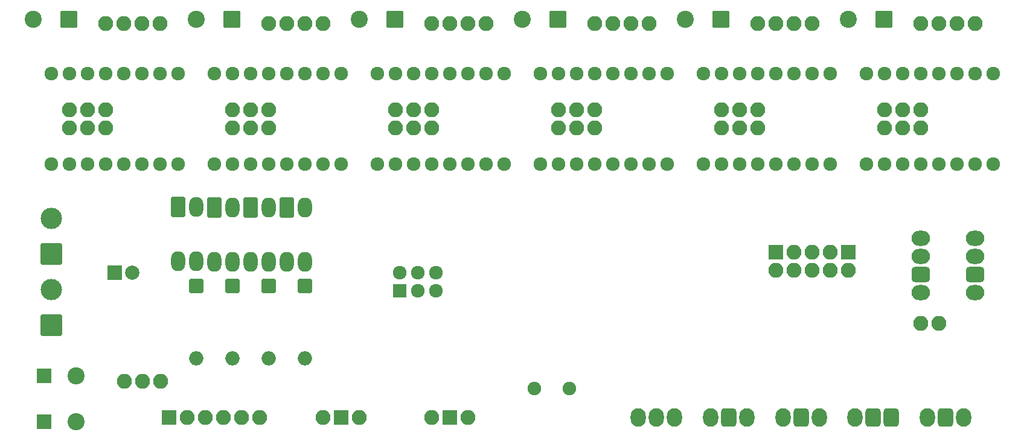
<source format=gbs>
G04 #@! TF.GenerationSoftware,KiCad,Pcbnew,(6.0.1)*
G04 #@! TF.CreationDate,2022-01-24T13:46:14-05:00*
G04 #@! TF.ProjectId,copis_electronics,636f7069-735f-4656-9c65-6374726f6e69,rev?*
G04 #@! TF.SameCoordinates,Original*
G04 #@! TF.FileFunction,Soldermask,Bot*
G04 #@! TF.FilePolarity,Negative*
%FSLAX46Y46*%
G04 Gerber Fmt 4.6, Leading zero omitted, Abs format (unit mm)*
G04 Created by KiCad (PCBNEW (6.0.1)) date 2022-01-24 13:46:14*
%MOMM*%
%LPD*%
G01*
G04 APERTURE LIST*
G04 Aperture macros list*
%AMRoundRect*
0 Rectangle with rounded corners*
0 $1 Rounding radius*
0 $2 $3 $4 $5 $6 $7 $8 $9 X,Y pos of 4 corners*
0 Add a 4 corners polygon primitive as box body*
4,1,4,$2,$3,$4,$5,$6,$7,$8,$9,$2,$3,0*
0 Add four circle primitives for the rounded corners*
1,1,$1+$1,$2,$3*
1,1,$1+$1,$4,$5*
1,1,$1+$1,$6,$7*
1,1,$1+$1,$8,$9*
0 Add four rect primitives between the rounded corners*
20,1,$1+$1,$2,$3,$4,$5,0*
20,1,$1+$1,$4,$5,$6,$7,0*
20,1,$1+$1,$6,$7,$8,$9,0*
20,1,$1+$1,$8,$9,$2,$3,0*%
G04 Aperture macros list end*
%ADD10C,1.924000*%
%ADD11O,2.100000X2.100000*%
%ADD12O,2.140000X2.590000*%
%ADD13RoundRect,0.450000X0.620000X0.845000X-0.620000X0.845000X-0.620000X-0.845000X0.620000X-0.845000X0*%
%ADD14C,3.000000*%
%ADD15RoundRect,0.200000X-1.300000X1.300000X-1.300000X-1.300000X1.300000X-1.300000X1.300000X1.300000X0*%
%ADD16RoundRect,0.200000X-0.800000X0.800000X-0.800000X-0.800000X0.800000X-0.800000X0.800000X0.800000X0*%
%ADD17O,2.000000X2.000000*%
%ADD18RoundRect,0.200000X0.850000X-0.850000X0.850000X0.850000X-0.850000X0.850000X-0.850000X-0.850000X0*%
%ADD19RoundRect,0.200000X-0.762000X-0.762000X0.762000X-0.762000X0.762000X0.762000X-0.762000X0.762000X0*%
%ADD20RoundRect,0.200000X-1.000000X-1.000000X1.000000X-1.000000X1.000000X1.000000X-1.000000X1.000000X0*%
%ADD21C,2.400000*%
%ADD22RoundRect,0.200000X-0.850000X0.850000X-0.850000X-0.850000X0.850000X-0.850000X0.850000X0.850000X0*%
%ADD23C,2.000000*%
%ADD24C,1.900000*%
%ADD25O,2.590000X2.140000*%
%ADD26RoundRect,0.450000X-0.845000X0.620000X-0.845000X-0.620000X0.845000X-0.620000X0.845000X0.620000X0*%
%ADD27O,2.000000X2.800000*%
%ADD28RoundRect,0.200000X-0.800000X1.200000X-0.800000X-1.200000X0.800000X-1.200000X0.800000X1.200000X0*%
G04 APERTURE END LIST*
D10*
X191770000Y-58420000D03*
X194310000Y-58420000D03*
X196850000Y-58420000D03*
X199390000Y-58420000D03*
X201930000Y-58420000D03*
X204470000Y-58420000D03*
X207010000Y-58420000D03*
X209550000Y-58420000D03*
X191770000Y-71120000D03*
X194310000Y-71120000D03*
X196850000Y-71120000D03*
X199390000Y-71120000D03*
X201930000Y-71120000D03*
X204470000Y-71120000D03*
X207010000Y-71120000D03*
X209550000Y-71120000D03*
D11*
X125730000Y-63500000D03*
X125730000Y-66040000D03*
X128270000Y-63500000D03*
X128270000Y-66040000D03*
X171450000Y-63500000D03*
X171450000Y-66040000D03*
X173990000Y-63500000D03*
X173990000Y-66040000D03*
X148590000Y-63500000D03*
X148590000Y-66040000D03*
X151130000Y-63500000D03*
X151130000Y-66040000D03*
X153670000Y-63500000D03*
X153670000Y-66040000D03*
X194310000Y-63500000D03*
X194310000Y-66040000D03*
X196850000Y-63500000D03*
X196850000Y-66040000D03*
X199390000Y-63500000D03*
X199390000Y-66040000D03*
X176530000Y-51435000D03*
X179070000Y-51435000D03*
X181610000Y-51435000D03*
X184150000Y-51435000D03*
X176530000Y-63500000D03*
X176530000Y-66040000D03*
D12*
X175006000Y-106680000D03*
D13*
X172466000Y-106680000D03*
D12*
X169926000Y-106680000D03*
X164846000Y-106680000D03*
X162306000Y-106680000D03*
X159766000Y-106680000D03*
X205460600Y-106680000D03*
D13*
X202920600Y-106680000D03*
D12*
X200380600Y-106680000D03*
D14*
X77470000Y-78740000D03*
D15*
X77470000Y-83740000D03*
D14*
X77470000Y-88740000D03*
D15*
X77470000Y-93740000D03*
D11*
X153670000Y-51435000D03*
X156210000Y-51435000D03*
X158750000Y-51435000D03*
X161290000Y-51435000D03*
X130810000Y-51435000D03*
X133350000Y-51435000D03*
X135890000Y-51435000D03*
X138430000Y-51435000D03*
D16*
X113030000Y-88265000D03*
D17*
X113030000Y-98425000D03*
D18*
X93980000Y-106680000D03*
D11*
X96520000Y-106680000D03*
X99060000Y-106680000D03*
X101600000Y-106680000D03*
X104140000Y-106680000D03*
X106680000Y-106680000D03*
D16*
X107950000Y-88265000D03*
D17*
X107950000Y-98425000D03*
D13*
X195300600Y-106680000D03*
X192760600Y-106680000D03*
D12*
X190220600Y-106680000D03*
D19*
X126365000Y-88900000D03*
D10*
X126365000Y-86360000D03*
X128905000Y-88900000D03*
X128905000Y-86360000D03*
X131445000Y-88900000D03*
X131445000Y-86360000D03*
D11*
X130810000Y-63500000D03*
X130810000Y-66040000D03*
X199390000Y-51435000D03*
X201930000Y-51435000D03*
X204470000Y-51435000D03*
X207010000Y-51435000D03*
D10*
X140970000Y-71120000D03*
X138430000Y-71120000D03*
X135890000Y-71120000D03*
X133350000Y-71120000D03*
X130810000Y-71120000D03*
X128270000Y-71120000D03*
X125730000Y-71120000D03*
X123190000Y-71120000D03*
X140970000Y-58420000D03*
X138430000Y-58420000D03*
X135890000Y-58420000D03*
X133350000Y-58420000D03*
X130810000Y-58420000D03*
X128270000Y-58420000D03*
X125730000Y-58420000D03*
X123190000Y-58420000D03*
X146050000Y-58420000D03*
X148590000Y-58420000D03*
X151130000Y-58420000D03*
X153670000Y-58420000D03*
X156210000Y-58420000D03*
X158750000Y-58420000D03*
X161290000Y-58420000D03*
X163830000Y-58420000D03*
X146050000Y-71120000D03*
X148590000Y-71120000D03*
X151130000Y-71120000D03*
X153670000Y-71120000D03*
X156210000Y-71120000D03*
X158750000Y-71120000D03*
X161290000Y-71120000D03*
X163830000Y-71120000D03*
X168910000Y-58420000D03*
X171450000Y-58420000D03*
X173990000Y-58420000D03*
X176530000Y-58420000D03*
X179070000Y-58420000D03*
X181610000Y-58420000D03*
X184150000Y-58420000D03*
X186690000Y-58420000D03*
X168910000Y-71120000D03*
X171450000Y-71120000D03*
X173990000Y-71120000D03*
X176530000Y-71120000D03*
X179070000Y-71120000D03*
X181610000Y-71120000D03*
X184150000Y-71120000D03*
X186690000Y-71120000D03*
D20*
X125650000Y-50800000D03*
D21*
X120650000Y-50800000D03*
X80990000Y-107338000D03*
X80990000Y-100838000D03*
D22*
X76490000Y-100838000D03*
X76490000Y-107338000D03*
D21*
X143510000Y-50800000D03*
D20*
X148510000Y-50800000D03*
D21*
X189230000Y-50800000D03*
D20*
X194230000Y-50800000D03*
D21*
X166370000Y-50800000D03*
D20*
X171370000Y-50800000D03*
D23*
X88860000Y-86360000D03*
D22*
X86360000Y-86360000D03*
D24*
X150151000Y-102616000D03*
X145271000Y-102616000D03*
D25*
X207010000Y-81534000D03*
X207010000Y-84074000D03*
D26*
X207010000Y-86614000D03*
D25*
X207010000Y-89154000D03*
D11*
X102870000Y-63500000D03*
X102870000Y-66040000D03*
X105410000Y-63500000D03*
X105410000Y-66040000D03*
X107950000Y-63500000D03*
X107950000Y-66040000D03*
X82550000Y-63500000D03*
X82550000Y-66040000D03*
X85090000Y-63500000D03*
X85090000Y-66040000D03*
D10*
X77470000Y-58420000D03*
X80010000Y-58420000D03*
X82550000Y-58420000D03*
X85090000Y-58420000D03*
X87630000Y-58420000D03*
X90170000Y-58420000D03*
X92710000Y-58420000D03*
X95250000Y-58420000D03*
X77470000Y-71120000D03*
X80010000Y-71120000D03*
X82550000Y-71120000D03*
X85090000Y-71120000D03*
X87630000Y-71120000D03*
X90170000Y-71120000D03*
X92710000Y-71120000D03*
X95250000Y-71120000D03*
D11*
X80010000Y-63500000D03*
X80010000Y-66040000D03*
D21*
X74930000Y-50800000D03*
D20*
X79930000Y-50800000D03*
D21*
X97790000Y-50800000D03*
D20*
X102790000Y-50800000D03*
D11*
X107950000Y-51435000D03*
X110490000Y-51435000D03*
X113030000Y-51435000D03*
X115570000Y-51435000D03*
X85090000Y-51435000D03*
X87630000Y-51435000D03*
X90170000Y-51435000D03*
X92710000Y-51435000D03*
D10*
X118110000Y-71120000D03*
X115570000Y-71120000D03*
X113030000Y-71120000D03*
X110490000Y-71120000D03*
X107950000Y-71120000D03*
X105410000Y-71120000D03*
X102870000Y-71120000D03*
X100330000Y-71120000D03*
X118110000Y-58420000D03*
X115570000Y-58420000D03*
X113030000Y-58420000D03*
X110490000Y-58420000D03*
X107950000Y-58420000D03*
X105410000Y-58420000D03*
X102870000Y-58420000D03*
X100330000Y-58420000D03*
D25*
X199390000Y-89154000D03*
D26*
X199390000Y-86614000D03*
D25*
X199390000Y-84074000D03*
X199390000Y-81534000D03*
D11*
X179075000Y-86060200D03*
D18*
X179075000Y-83520200D03*
D11*
X181615000Y-86060200D03*
X181615000Y-83520200D03*
X184155000Y-86060200D03*
X184155000Y-83520200D03*
X186695000Y-86060200D03*
X186695000Y-83520200D03*
X189235000Y-86060200D03*
D18*
X189235000Y-83520200D03*
D12*
X185166000Y-106680000D03*
D13*
X182626000Y-106680000D03*
D12*
X180086000Y-106680000D03*
D11*
X201930000Y-93472000D03*
X199390000Y-93472000D03*
X135890000Y-106680000D03*
D22*
X133350000Y-106680000D03*
D11*
X130810000Y-106680000D03*
D27*
X113030000Y-77216000D03*
D28*
X110490000Y-77216000D03*
D27*
X110490000Y-84836000D03*
X113030000Y-84836000D03*
X107955000Y-77216000D03*
D28*
X105415000Y-77216000D03*
D27*
X105415000Y-84836000D03*
X107955000Y-84836000D03*
D11*
X92847400Y-101600000D03*
X90307400Y-101600000D03*
X87767400Y-101600000D03*
D16*
X97790000Y-88265000D03*
D17*
X97790000Y-98425000D03*
D16*
X102870000Y-88265000D03*
D17*
X102870000Y-98425000D03*
D27*
X97795000Y-77201000D03*
D28*
X95255000Y-77201000D03*
D27*
X95255000Y-84821000D03*
X97795000Y-84821000D03*
D11*
X120650000Y-106680000D03*
D22*
X118110000Y-106680000D03*
D11*
X115570000Y-106680000D03*
D27*
X102875000Y-77216000D03*
D28*
X100335000Y-77216000D03*
D27*
X100335000Y-84836000D03*
X102875000Y-84836000D03*
M02*

</source>
